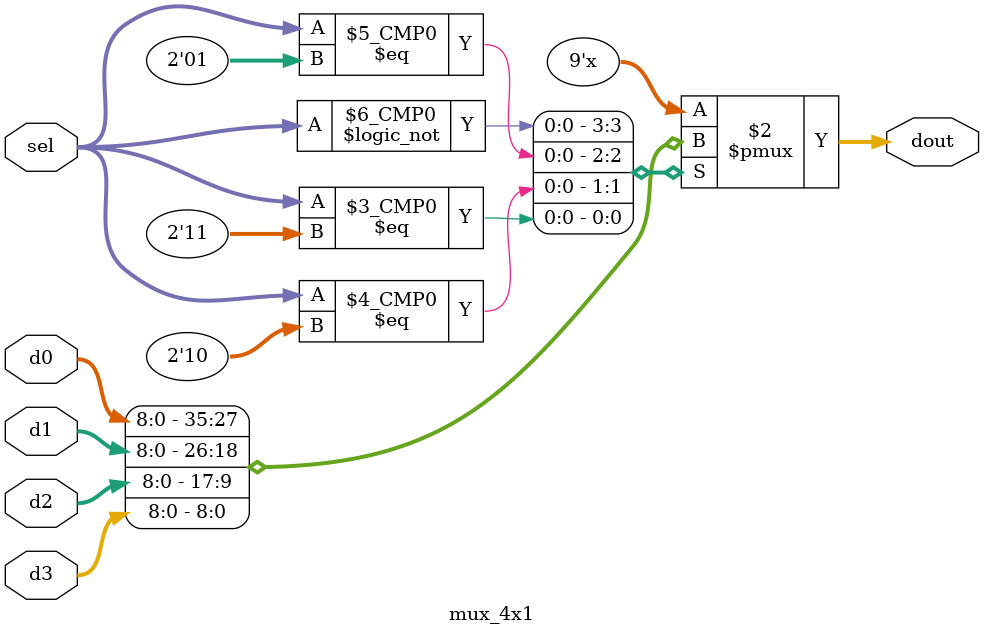
<source format=v>
module mux_4x1(dout,d0,d1,d2,d3,sel);
	output reg [8:0] dout;
	input [8:0] d0,d1,d2,d3;
	input [1:0] sel;
	always @(*)
	begin
		case(sel)
		2'b00: dout <= d0;
		2'b01: dout <= d1;
		2'b10: dout <= d2;
		2'b11: dout <= d3;
		default: dout <= 9'dz;
		endcase
	end
endmodule
</source>
